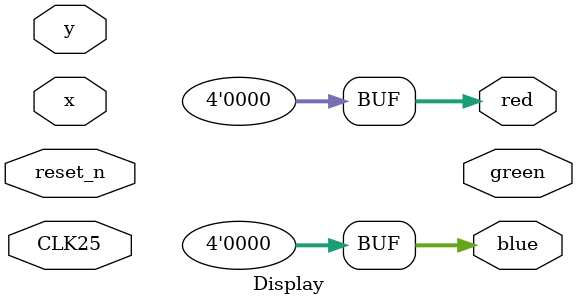
<source format=sv>
`timescale 1ns / 1ps

module Display(
    input wire CLK25, reset_n,
    output wire [3:0] red, blue, green,
    input wire x, y
);

    /*
    0 -> 0
    640 -> 15
    */

    assign red = x << 5;
    assign blue = y << 5;


endmodule


</source>
